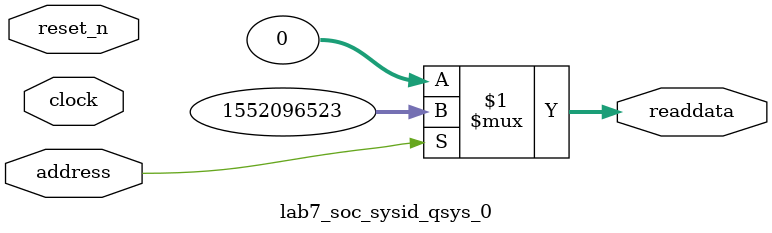
<source format=v>



// synthesis translate_off
`timescale 1ns / 1ps
// synthesis translate_on

// turn off superfluous verilog processor warnings 
// altera message_level Level1 
// altera message_off 10034 10035 10036 10037 10230 10240 10030 

module lab7_soc_sysid_qsys_0 (
               // inputs:
                address,
                clock,
                reset_n,

               // outputs:
                readdata
             )
;

  output  [ 31: 0] readdata;
  input            address;
  input            clock;
  input            reset_n;

  wire    [ 31: 0] readdata;
  //control_slave, which is an e_avalon_slave
  assign readdata = address ? 1552096523 : 0;

endmodule



</source>
